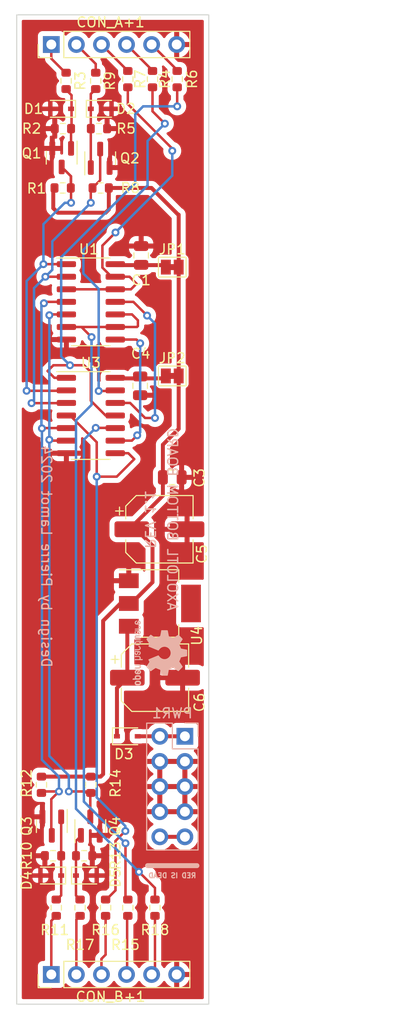
<source format=kicad_pcb>
(kicad_pcb (version 20221018) (generator pcbnew)
  (layers (0 "F.Cu" signal) (31 "B.Cu" signal) (34 "B.Paste" user) (35 "F.Paste" user) (36 "B.SilkS" user "B.Silkscreen") (37 "F.SilkS" user "F.Silkscreen") (38 "B.Mask" user) (39 "F.Mask" user) (44 "Edge.Cuts" user))
  (net 0 "")
  (net 1 "Net-(D1-Pad1)")
  (net 2 "GND")
  (net 3 "Net-(D2-Pad1)")
  (net 4 "Net-(D3-Pad2)")
  (net 5 "Net-(D4-Pad1)")
  (net 6 "+5V")
  (net 7 "Net-(D5-Pad1)")
  (net 8 "Net-(R1-Pad2)")
  (net 9 "Net-(R15-Pad1)")
  (net 10 "Net-(R6-Pad1)")
  (net 11 "Net-(R16-Pad1)")
  (net 12 "Net-(R7-Pad1)")
  (net 13 "Net-(R18-Pad1)")
  (net 14 "Net-(U1-Pad8)")
  (net 15 "Net-(U1-Pad11)")
  (net 16 "+12V")
  (net 17 "A1_BOTTOM")
  (net 18 "A2_BOTTOM")
  (net 19 "AA_BOTTOM")
  (net 20 "AX_BOTTOM")
  (net 21 "AO_BOTTOM")
  (net 22 "B1_BOTTOM")
  (net 23 "B2_BOTTOM")
  (net 24 "BA_BOTTOM")
  (net 25 "BX_BOTTOM")
  (net 26 "BO_BOTTOM")
  (net 27 "-12V")
  (net 28 "Net-(C1-Pad1)")
  (net 29 "Net-(C4-Pad1)")
  (net 30 "Net-(R8-Pad2)")
  (net 31 "Net-(R12-Pad2)")
  (net 32 "Net-(R14-Pad2)")
  (net 33 "Net-(R4-Pad1)")
  (footprint "Capacitor_SMD:CP_Elec_6.3x5.4" (layer "F.Cu") (at 174 107)
    (fp_text reference "C6" (at 4.5 2.5 90) (layer "F.SilkS"))
    (fp_text value "22u")
    (pad "1" smd roundrect (at -2.8 0) (size 3.5 1.6) (layers "F.Cu" "F.Paste" "F.Mask") (roundrect_rratio 0.15625) (net 16 "+12V"))
    (pad "2" smd roundrect (at 2.8 0) (size 3.5 1.6) (layers "F.Cu" "F.Paste" "F.Mask") (roundrect_rratio 0.15625) (net 2 "GND"))
  )
  (footprint "Resistor_SMD:R_0603_1608Metric" (layer "F.Cu") (at 168 46.675 -90)
    (fp_text reference "R9" (at 0 -1.43 90) (layer "F.SilkS"))
    (fp_text value "100K")
    (pad "1" smd roundrect (at -0.825 0 270) (size 0.8 0.95) (layers "F.Cu" "F.Paste" "F.Mask") (net 18 "A2_BOTTOM"))
    (pad "2" smd roundrect (at 0.825 0 270) (size 0.8 0.95) (layers "F.Cu" "F.Paste" "F.Mask") (net 3 "Net-(D2-Pad1)"))
  )
  (footprint "Capacitor_SMD:CP_Elec_6.3x5.4" (layer "F.Cu") (at 174.45 92)
    (fp_text reference "C5" (at 4.3 2.5 90) (layer "F.SilkS"))
    (fp_text value "22u")
    (pad "1" smd roundrect (at -2.8 0) (size 3.5 1.6) (layers "F.Cu" "F.Paste" "F.Mask") (roundrect_rratio 0.15625) (net 6 "+5V"))
    (pad "2" smd roundrect (at 2.8 0) (size 3.5 1.6) (layers "F.Cu" "F.Paste" "F.Mask") (roundrect_rratio 0.15625) (net 2 "GND"))
  )
  (footprint "Package_SO:SOIC-14_3.9x8.7mm_P1.27mm" (layer "F.Cu") (at 167.5 80.5)
    (fp_text reference "U3" (at 0 -5.32) (layer "F.SilkS"))
    (fp_text value "74HC02")
    (pad "1" smd roundrect (at -2.475 -3.81) (size 1.95 0.6) (layers "F.Cu" "F.Paste" "F.Mask") (net 10 "Net-(R6-Pad1)"))
    (pad "2" smd roundrect (at -2.475 -2.54) (size 1.95 0.6) (layers "F.Cu" "F.Paste" "F.Mask") (net 8 "Net-(R1-Pad2)"))
    (pad "3" smd roundrect (at -2.475 -1.27) (size 1.95 0.6) (layers "F.Cu" "F.Paste" "F.Mask") (net 30 "Net-(R8-Pad2)"))
    (pad "4" smd roundrect (at -2.475 0) (size 1.95 0.6) (layers "F.Cu" "F.Paste" "F.Mask") (net 11 "Net-(R16-Pad1)"))
    (pad "5" smd roundrect (at -2.475 1.27) (size 1.95 0.6) (layers "F.Cu" "F.Paste" "F.Mask") (net 31 "Net-(R12-Pad2)"))
    (pad "6" smd roundrect (at -2.475 2.54) (size 1.95 0.6) (layers "F.Cu" "F.Paste" "F.Mask") (net 32 "Net-(R14-Pad2)"))
    (pad "7" smd roundrect (at -2.475 3.81) (size 1.95 0.6) (layers "F.Cu" "F.Paste" "F.Mask") (net 2 "GND"))
    (pad "8" smd roundrect (at 2.475 3.81) (size 1.95 0.6) (layers "F.Cu" "F.Paste" "F.Mask") (net 11 "Net-(R16-Pad1)"))
    (pad "9" smd roundrect (at 2.475 2.54) (size 1.95 0.6) (layers "F.Cu" "F.Paste" "F.Mask") (net 14 "Net-(U1-Pad8)"))
    (pad "10" smd roundrect (at 2.475 1.27) (size 1.95 0.6) (layers "F.Cu" "F.Paste" "F.Mask") (net 9 "Net-(R15-Pad1)"))
    (pad "11" smd roundrect (at 2.475 0) (size 1.95 0.6) (layers "F.Cu" "F.Paste" "F.Mask") (net 10 "Net-(R6-Pad1)"))
    (pad "12" smd roundrect (at 2.475 -1.27) (size 1.95 0.6) (layers "F.Cu" "F.Paste" "F.Mask") (net 15 "Net-(U1-Pad11)"))
    (pad "13" smd roundrect (at 2.475 -2.54) (size 1.95 0.6) (layers "F.Cu" "F.Paste" "F.Mask") (net 33 "Net-(R4-Pad1)"))
    (pad "14" smd roundrect (at 2.475 -3.81) (size 1.95 0.6) (layers "F.Cu" "F.Paste" "F.Mask") (net 29 "Net-(C4-Pad1)"))
  )
  (footprint "Capacitor_SMD:C_0805_2012Metric" (layer "F.Cu") (at 172.5 77.5 -90)
    (fp_text reference "C4" (at -3.251654 -0.05 180) (layer "F.SilkS"))
    (fp_text value "100nF")
    (pad "1" smd roundrect (at -0.95 0 270) (size 1 1.45) (layers "F.Cu" "F.Paste" "F.Mask") (net 29 "Net-(C4-Pad1)"))
    (pad "2" smd roundrect (at 0.95 0 270) (size 1 1.45) (layers "F.Cu" "F.Paste" "F.Mask") (net 2 "GND"))
  )
  (footprint "Connector_PinHeader_2.54mm:PinHeader_1x06_P2.54mm_Vertical" (layer "F.Cu") (at 163.5 137 90)
    (fp_text reference "CON_B+1" (at -2.25 6 180) (layer "F.SilkS"))
    (fp_text value "Conn_01x06_Male")
    (pad "1" thru_hole rect (at 0 0 90) (size 1.7 1.7) (drill 1) (layers "*.Cu" "*.Mask") (net 22 "B1_BOTTOM"))
    (pad "2" thru_hole oval (at 0 2.54 90) (size 1.7 1.7) (drill 1) (layers "*.Cu" "*.Mask") (net 23 "B2_BOTTOM"))
    (pad "3" thru_hole oval (at 0 5.08 90) (size 1.7 1.7) (drill 1) (layers "*.Cu" "*.Mask") (net 24 "BA_BOTTOM"))
    (pad "4" thru_hole oval (at 0 7.62 90) (size 1.7 1.7) (drill 1) (layers "*.Cu" "*.Mask") (net 25 "BX_BOTTOM"))
    (pad "5" thru_hole oval (at 0 10.16 90) (size 1.7 1.7) (drill 1) (layers "*.Cu" "*.Mask") (net 26 "BO_BOTTOM"))
    (pad "6" thru_hole oval (at 0 12.7 90) (size 1.7 1.7) (drill 1) (layers "*.Cu" "*.Mask") (net 2 "GND"))
  )
  (footprint "Package_TO_SOT_SMD:SOT-23" (layer "F.Cu") (at 167.45 122 90)
    (fp_text reference "Q4" (at 0 2.5 90) (layer "F.SilkS"))
    (fp_text value "MMBT3904")
    (pad "1" smd roundrect (at -0.9375 -0.95 90) (size 1.475 0.6) (layers "F.Cu" "F.Paste" "F.Mask") (net 7 "Net-(D5-Pad1)"))
    (pad "2" smd roundrect (at -0.9375 0.95 90) (size 1.475 0.6) (layers "F.Cu" "F.Paste" "F.Mask") (net 2 "GND"))
    (pad "3" smd roundrect (at 0.9375 0 90) (size 1.475 0.6) (layers "F.Cu" "F.Paste" "F.Mask") (net 32 "Net-(R14-Pad2)"))
  )
  (footprint "Diode_SMD:D_SOD-323" (layer "F.Cu") (at 164.45 49.5 180)
    (fp_text reference "D1" (at 2.75 0 180) (layer "F.SilkS"))
    (fp_text value "1N4148")
    (pad "1" smd rect (at -1.05 0 180) (size 0.6 0.45) (layers "F.Cu" "F.Paste" "F.Mask") (net 1 "Net-(D1-Pad1)"))
    (pad "2" smd rect (at 1.05 0 180) (size 0.6 0.45) (layers "F.Cu" "F.Paste" "F.Mask") (net 2 "GND"))
  )
  (footprint "Resistor_SMD:R_0603_1608Metric" (layer "F.Cu") (at 171.25 130.25 -90)
    (fp_text reference "R15" (at 3.75 0.25 -180) (layer "F.SilkS"))
    (fp_text value "100K")
    (pad "1" smd roundrect (at -0.825 0 270) (size 0.8 0.95) (layers "F.Cu" "F.Paste" "F.Mask") (net 9 "Net-(R15-Pad1)"))
    (pad "2" smd roundrect (at 0.825 0 270) (size 0.8 0.95) (layers "F.Cu" "F.Paste" "F.Mask") (net 25 "BX_BOTTOM"))
  )
  (footprint "Jumper:SolderJumper-2_P1.3mm_Bridged_Pad1.0x1.5mm" (layer "F.Cu") (at 175.75 65.5)
    (fp_text reference "JP1" (at 0 -1.8) (layer "F.SilkS"))
    (fp_text value "SolderJumper_2_Bridged")
    (fp_poly (pts (xy -0.25 -0.3) (xy 0.25 -0.3) (xy 0.25 0.3) (xy -0.25 0.3)) (fill solid) (layer "F.Cu"))
    (pad "1" smd rect (at -0.65 0) (size 1 1.5) (layers "F.Cu" "F.Mask") (net 28 "Net-(C1-Pad1)"))
    (pad "2" smd rect (at 0.65 0) (size 1 1.5) (layers "F.Cu" "F.Mask") (net 6 "+5V"))
  )
  (footprint "Diode_SMD:D_SOD-323" (layer "F.Cu") (at 168.55 49.5)
    (fp_text reference "D2" (at 2.5 0) (layer "F.SilkS"))
    (fp_text value "1N4148")
    (pad "1" smd rect (at -1.05 0) (size 0.6 0.45) (layers "F.Cu" "F.Paste" "F.Mask") (net 3 "Net-(D2-Pad1)"))
    (pad "2" smd rect (at 1.05 0) (size 0.6 0.45) (layers "F.Cu" "F.Paste" "F.Mask") (net 2 "GND"))
  )
  (footprint "Resistor_SMD:R_0603_1608Metric" (layer "F.Cu") (at 165 46.675 -90)
    (fp_text reference "R3" (at 0 -1.43 90) (layer "F.SilkS"))
    (fp_text value "100K")
    (pad "1" smd roundrect (at -0.825 0 270) (size 0.8 0.95) (layers "F.Cu" "F.Paste" "F.Mask") (net 17 "A1_BOTTOM"))
    (pad "2" smd roundrect (at 0.825 0 270) (size 0.8 0.95) (layers "F.Cu" "F.Paste" "F.Mask") (net 1 "Net-(D1-Pad1)"))
  )
  (footprint "Resistor_SMD:R_0603_1608Metric" (layer "F.Cu") (at 164.675 51.5 180)
    (fp_text reference "R2" (at 3.175 0) (layer "F.SilkS"))
    (fp_text value "100K")
    (pad "1" smd roundrect (at -0.825 0 180) (size 0.8 0.95) (layers "F.Cu" "F.Paste" "F.Mask") (net 1 "Net-(D1-Pad1)"))
    (pad "2" smd roundrect (at 0.825 0 180) (size 0.8 0.95) (layers "F.Cu" "F.Paste" "F.Mask") (net 2 "GND"))
  )
  (footprint "Resistor_SMD:R_0603_1608Metric" (layer "F.Cu") (at 174 130.25 -90)
    (fp_text reference "R18" (at 2.25 0 -180) (layer "F.SilkS"))
    (fp_text value "100K")
    (pad "1" smd roundrect (at -0.825 0 270) (size 0.8 0.95) (layers "F.Cu" "F.Paste" "F.Mask") (net 13 "Net-(R18-Pad1)"))
    (pad "2" smd roundrect (at 0.825 0 270) (size 0.8 0.95) (layers "F.Cu" "F.Paste" "F.Mask") (net 26 "BO_BOTTOM"))
  )
  (footprint "Jumper:SolderJumper-2_P1.3mm_Bridged_Pad1.0x1.5mm" (layer "F.Cu") (at 175.75 76.5)
    (fp_text reference "JP2" (at 0 -1.8) (layer "F.SilkS"))
    (fp_text value "SolderJumper_2_Bridged")
    (fp_poly (pts (xy -0.25 -0.3) (xy 0.25 -0.3) (xy 0.25 0.3) (xy -0.25 0.3)) (fill solid) (layer "F.Cu"))
    (pad "1" smd rect (at -0.65 0) (size 1 1.5) (layers "F.Cu" "F.Mask") (net 29 "Net-(C4-Pad1)"))
    (pad "2" smd rect (at 0.65 0) (size 1 1.5) (layers "F.Cu" "F.Mask") (net 6 "+5V"))
  )
  (footprint "Resistor_SMD:R_0603_1608Metric" (layer "F.Cu") (at 164.65 57.5)
    (fp_text reference "R1" (at -2.65 0.05) (layer "F.SilkS"))
    (fp_text value "10K")
    (pad "1" smd roundrect (at -0.825 0) (size 0.8 0.95) (layers "F.Cu" "F.Paste" "F.Mask") (net 6 "+5V"))
    (pad "2" smd roundrect (at 0.825 0) (size 0.8 0.95) (layers "F.Cu" "F.Paste" "F.Mask") (net 8 "Net-(R1-Pad2)"))
  )
  (footprint "Resistor_SMD:R_0603_1608Metric" (layer "F.Cu") (at 168.5 57.5 180)
    (fp_text reference "R8" (at -3 0) (layer "F.SilkS"))
    (fp_text value "10K")
    (pad "1" smd roundrect (at -0.825 0 180) (size 0.8 0.95) (layers "F.Cu" "F.Paste" "F.Mask") (net 6 "+5V"))
    (pad "2" smd roundrect (at 0.825 0 180) (size 0.8 0.95) (layers "F.Cu" "F.Paste" "F.Mask") (net 30 "Net-(R8-Pad2)"))
  )
  (footprint "Diode_SMD:D_SOD-323" (layer "F.Cu") (at 167.05 127)
    (fp_text reference "D5" (at 2.95 0.25 270) (layer "F.SilkS"))
    (fp_text value "1N4148")
    (pad "1" smd rect (at -1.05 0) (size 0.6 0.45) (layers "F.Cu" "F.Paste" "F.Mask") (net 7 "Net-(D5-Pad1)"))
    (pad "2" smd rect (at 1.05 0) (size 0.6 0.45) (layers "F.Cu" "F.Paste" "F.Mask") (net 2 "GND"))
  )
  (footprint "Diode_SMD:D_SOD-323" (layer "F.Cu") (at 163.45 127 180)
    (fp_text reference "D4" (at 2.45 -0.5 270) (layer "F.SilkS"))
    (fp_text value "1N4148")
    (pad "1" smd rect (at -1.05 0 180) (size 0.6 0.45) (layers "F.Cu" "F.Paste" "F.Mask") (net 5 "Net-(D4-Pad1)"))
    (pad "2" smd rect (at 1.05 0 180) (size 0.6 0.45) (layers "F.Cu" "F.Paste" "F.Mask") (net 2 "GND"))
  )
  (footprint "Resistor_SMD:R_0603_1608Metric" (layer "F.Cu") (at 171.25 46.5 90)
    (fp_text reference "R7" (at 0 1.25 90) (layer "F.SilkS"))
    (fp_text value "100K")
    (pad "1" smd roundrect (at -0.825 0 90) (size 0.8 0.95) (layers "F.Cu" "F.Paste" "F.Mask") (net 12 "Net-(R7-Pad1)"))
    (pad "2" smd roundrect (at 0.825 0 90) (size 0.8 0.95) (layers "F.Cu" "F.Paste" "F.Mask") (net 21 "AO_BOTTOM"))
  )
  (footprint "Resistor_SMD:R_0603_1608Metric" (layer "F.Cu") (at 166.825 125)
    (fp_text reference "R13" (at 3.175 0 270) (layer "F.SilkS"))
    (fp_text value "100K")
    (pad "1" smd roundrect (at -0.825 0) (size 0.8 0.95) (layers "F.Cu" "F.Paste" "F.Mask") (net 7 "Net-(D5-Pad1)"))
    (pad "2" smd roundrect (at 0.825 0) (size 0.8 0.95) (layers "F.Cu" "F.Paste" "F.Mask") (net 2 "GND"))
  )
  (footprint "Capacitor_SMD:C_0805_2012Metric" (layer "F.Cu") (at 172.6 64.32 90)
    (fp_text reference "C1" (at -2.5 0) (layer "F.SilkS"))
    (fp_text value "100nF")
    (pad "1" smd roundrect (at -0.95 0 90) (size 1 1.45) (layers "F.Cu" "F.Paste" "F.Mask") (net 28 "Net-(C1-Pad1)"))
    (pad "2" smd roundrect (at 0.95 0 90) (size 1 1.45) (layers "F.Cu" "F.Paste" "F.Mask") (net 2 "GND"))
  )
  (footprint "Resistor_SMD:R_0603_1608Metric" (layer "F.Cu") (at 169 130.25 -90)
    (fp_text reference "R16" (at 2.25 0 -180) (layer "F.SilkS"))
    (fp_text value "100K")
    (pad "1" smd roundrect (at -0.825 0 270) (size 0.8 0.95) (layers "F.Cu" "F.Paste" "F.Mask") (net 11 "Net-(R16-Pad1)"))
    (pad "2" smd roundrect (at 0.825 0 270) (size 0.8 0.95) (layers "F.Cu" "F.Paste" "F.Mask") (net 24 "BA_BOTTOM"))
  )
  (footprint "Package_TO_SOT_SMD:SOT-23" (layer "F.Cu") (at 164.55 54.4375 -90)
    (fp_text reference "Q1" (at -0.4375 3.05 180) (layer "F.SilkS"))
    (fp_text value "MMBT3904")
    (pad "1" smd roundrect (at -0.9375 -0.95 270) (size 1.475 0.6) (layers "F.Cu" "F.Paste" "F.Mask") (net 1 "Net-(D1-Pad1)"))
    (pad "2" smd roundrect (at -0.9375 0.95 270) (size 1.475 0.6) (layers "F.Cu" "F.Paste" "F.Mask") (net 2 "GND"))
    (pad "3" smd roundrect (at 0.9375 0 270) (size 1.475 0.6) (layers "F.Cu" "F.Paste" "F.Mask") (net 8 "Net-(R1-Pad2)"))
  )
  (footprint "Resistor_SMD:R_0603_1608Metric" (layer "F.Cu") (at 162.5 117.825 -90)
    (fp_text reference "R12" (at -0.15 1.5 -270) (layer "F.SilkS"))
    (fp_text value "10K")
    (pad "1" smd roundrect (at -0.825 0 270) (size 0.8 0.95) (layers "F.Cu" "F.Paste" "F.Mask") (net 6 "+5V"))
    (pad "2" smd roundrect (at 0.825 0 270) (size 0.8 0.95) (layers "F.Cu" "F.Paste" "F.Mask") (net 31 "Net-(R12-Pad2)"))
  )
  (footprint "Resistor_SMD:R_0603_1608Metric" (layer "F.Cu") (at 176.25 46.5 90)
    (fp_text reference "R6" (at 0 1.5 90) (layer "F.SilkS"))
    (fp_text value "100K")
    (pad "1" smd roundrect (at -0.825 0 90) (size 0.8 0.95) (layers "F.Cu" "F.Paste" "F.Mask") (net 10 "Net-(R6-Pad1)"))
    (pad "2" smd roundrect (at 0.825 0 90) (size 0.8 0.95) (layers "F.Cu" "F.Paste" "F.Mask") (net 19 "AA_BOTTOM"))
  )
  (footprint "Capacitor_SMD:C_0805_2012Metric" (layer "F.Cu") (at 175.75 86.75)
    (fp_text reference "C3" (at 2.75 0.05 90) (layer "F.SilkS"))
    (fp_text value "100nF")
    (pad "1" smd roundrect (at -0.95 0) (size 1 1.45) (layers "F.Cu" "F.Paste" "F.Mask") (net 6 "+5V"))
    (pad "2" smd roundrect (at 0.95 0) (size 1 1.45) (layers "F.Cu" "F.Paste" "F.Mask") (net 2 "GND"))
  )
  (footprint "Connector_PinHeader_2.54mm:PinHeader_1x06_P2.54mm_Vertical" (layer "F.Cu") (at 163.5 43 90)
    (fp_text reference "CON_A+1" (at 2.25 6) (layer "F.SilkS"))
    (fp_text value "Conn_01x06_Male")
    (pad "1" thru_hole rect (at 0 0 90) (size 1.7 1.7) (drill 1) (layers "*.Cu" "*.Mask") (net 17 "A1_BOTTOM"))
    (pad "2" thru_hole oval (at 0 2.54 90) (size 1.7 1.7) (drill 1) (layers "*.Cu" "*.Mask") (net 18 "A2_BOTTOM"))
    (pad "3" thru_hole oval (at 0 5.08 90) (size 1.7 1.7) (drill 1) (layers "*.Cu" "*.Mask") (net 21 "AO_BOTTOM"))
    (pad "4" thru_hole oval (at 0 7.62 90) (size 1.7 1.7) (drill 1) (layers "*.Cu" "*.Mask") (net 20 "AX_BOTTOM"))
    (pad "5" thru_hole oval (at 0 10.16 90) (size 1.7 1.7) (drill 1) (layers "*.Cu" "*.Mask") (net 19 "AA_BOTTOM"))
    (pad "6" thru_hole oval (at 0 12.7 90) (size 1.7 1.7) (drill 1) (layers "*.Cu" "*.Mask") (net 2 "GND"))
  )
  (footprint "Resistor_SMD:R_0603_1608Metric" (layer "F.Cu") (at 168.325 51.5)
    (fp_text reference "R5" (at 2.75 0) (layer "F.SilkS"))
    (fp_text value "100K")
    (pad "1" smd roundrect (at -0.825 0) (size 0.8 0.95) (layers "F.Cu" "F.Paste" "F.Mask") (net 3 "Net-(D2-Pad1)"))
    (pad "2" smd roundrect (at 0.825 0) (size 0.8 0.95) (layers "F.Cu" "F.Paste" "F.Mask") (net 2 "GND"))
  )
  (footprint "Package_TO_SOT_SMD:SOT-23" (layer "F.Cu") (at 163.55 122 -90)
    (fp_text reference "Q3" (at 0 2.55 90) (layer "F.SilkS"))
    (fp_text value "MMBT3904")
    (pad "1" smd roundrect (at -0.9375 -0.95 270) (size 1.475 0.6) (layers "F.Cu" "F.Paste" "F.Mask") (net 5 "Net-(D4-Pad1)"))
    (pad "2" smd roundrect (at -0.9375 0.95 270) (size 1.475 0.6) (layers "F.Cu" "F.Paste" "F.Mask") (net 2 "GND"))
    (pad "3" smd roundrect (at 0.9375 0 270) (size 1.475 0.6) (layers "F.Cu" "F.Paste" "F.Mask") (net 31 "Net-(R12-Pad2)"))
  )
  (footprint "Resistor_SMD:R_0603_1608Metric" (layer "F.Cu") (at 167.5 117.825 -90)
    (fp_text reference "R14" (at -0.15 -2.5 -270) (layer "F.SilkS"))
    (fp_text value "10K")
    (pad "1" smd roundrect (at -0.825 0 270) (size 0.8 0.95) (layers "F.Cu" "F.Paste" "F.Mask") (net 6 "+5V"))
    (pad "2" smd roundrect (at 0.825 0 270) (size 0.8 0.95) (layers "F.Cu" "F.Paste" "F.Mask") (net 32 "Net-(R14-Pad2)"))
  )
  (footprint "Resistor_SMD:R_0603_1608Metric" (layer "F.Cu") (at 173.75 46.5 90)
    (fp_text reference "R4" (at 0 1.25 90) (layer "F.SilkS"))
    (fp_text value "100K")
    (pad "1" smd roundrect (at -0.825 0 90) (size 0.8 0.95) (layers "F.Cu" "F.Paste" "F.Mask") (net 33 "Net-(R4-Pad1)"))
    (pad "2" smd roundrect (at 0.825 0 90) (size 0.8 0.95) (layers "F.Cu" "F.Paste" "F.Mask") (net 20 "AX_BOTTOM"))
  )
  (footprint "Package_TO_SOT_SMD:SOT-23" (layer "F.Cu") (at 168.45 54.5 90)
    (fp_text reference "Q2" (at 0 3) (layer "F.SilkS"))
    (fp_text value "MMBT3904")
    (pad "1" smd roundrect (at -0.9375 -0.95 90) (size 1.475 0.6) (layers "F.Cu" "F.Paste" "F.Mask") (net 3 "Net-(D2-Pad1)"))
    (pad "2" smd roundrect (at -0.9375 0.95 90) (size 1.475 0.6) (layers "F.Cu" "F.Paste" "F.Mask") (net 2 "GND"))
    (pad "3" smd roundrect (at 0.9375 0 90) (size 1.475 0.6) (layers "F.Cu" "F.Paste" "F.Mask") (net 30 "Net-(R8-Pad2)"))
  )
  (footprint "Resistor_SMD:R_0603_1608Metric" (layer "F.Cu") (at 164 130.25 90)
    (fp_text reference "R11" (at -2.25 -0.1625) (layer "F.SilkS"))
    (fp_text value "100K")
    (pad "1" smd roundrect (at -0.825 0 90) (size 0.8 0.95) (layers "F.Cu" "F.Paste" "F.Mask") (net 22 "B1_BOTTOM"))
    (pad "2" smd roundrect (at 0.825 0 90) (size 0.8 0.95) (layers "F.Cu" "F.Paste" "F.Mask") (net 5 "Net-(D4-Pad1)"))
  )
  (footprint "Resistor_SMD:R_0603_1608Metric" (layer "F.Cu") (at 166.4125 130.25 90)
    (fp_text reference "R17" (at -3.75 0 180) (layer "F.SilkS"))
    (fp_text value "100K")
    (pad "1" smd roundrect (at -0.825 0 90) (size 0.8 0.95) (layers "F.Cu" "F.Paste" "F.Mask") (net 23 "B2_BOTTOM"))
    (pad "2" smd roundrect (at 0.825 0 90) (size 0.8 0.95) (layers "F.Cu" "F.Paste" "F.Mask") (net 7 "Net-(D5-Pad1)"))
  )
  (footprint "Package_TO_SOT_SMD:SOT-223" (layer "F.Cu") (at 174.5 99.5)
    (fp_text reference "U4" (at 3.75 3.25 90) (layer "F.SilkS"))
    (fp_text value "LM1117-5.0")
    (pad "1" smd rect (at -3.15 -2.3) (size 2 1.5) (layers "F.Cu" "F.Paste" "F.Mask") (net 2 "GND"))
    (pad "2" smd rect (at -3.15 0) (size 2 1.5) (layers "F.Cu" "F.Paste" "F.Mask") (net 6 "+5V"))
    (pad "3" smd rect (at -3.15 2.3) (size 2 1.5) (layers "F.Cu" "F.Paste" "F.Mask") (net 16 "+12V"))
    (pad "4" smd rect (at 3.15 0) (size 2 3.8) (layers "F.Cu" "F.Paste" "F.Mask"))
  )
  (footprint "Package_SO:SOIC-14_3.9x8.7mm_P1.27mm" (layer "F.Cu") (at 167.5 69.0125)
    (fp_text reference "U1" (at -0.2 -5.3125) (layer "F.SilkS"))
    (fp_text value "74HC00")
    (pad "1" smd roundrect (at -2.475 -3.81) (size 1.95 0.6) (layers "F.Cu" "F.Paste" "F.Mask") (net 8 "Net-(R1-Pad2)"))
    (pad "2" smd roundrect (at -2.475 -2.54) (size 1.95 0.6) (layers "F.Cu" "F.Paste" "F.Mask") (net 30 "Net-(R8-Pad2)"))
    (pad "3" smd roundrect (at -2.475 -1.27) (size 1.95 0.6) (layers "F.Cu" "F.Paste" "F.Mask") (net 12 "Net-(R7-Pad1)"))
    (pad "4" smd roundrect (at -2.475 0) (size 1.95 0.6) (layers "F.Cu" "F.Paste" "F.Mask") (net 31 "Net-(R12-Pad2)"))
    (pad "5" smd roundrect (at -2.475 1.27) (size 1.95 0.6) (layers "F.Cu" "F.Paste" "F.Mask") (net 32 "Net-(R14-Pad2)"))
    (pad "6" smd roundrect (at -2.475 2.54) (size 1.95 0.6) (layers "F.Cu" "F.Paste" "F.Mask") (net 13 "Net-(R18-Pad1)"))
    (pad "7" smd roundrect (at -2.475 3.81) (size 1.95 0.6) (layers "F.Cu" "F.Paste" "F.Mask") (net 2 "GND"))
    (pad "8" smd roundrect (at 2.475 3.81) (size 1.95 0.6) (layers "F.Cu" "F.Paste" "F.Mask") (net 14 "Net-(U1-Pad8)"))
    (pad "9" smd roundrect (at 2.475 2.54) (size 1.95 0.6) (layers "F.Cu" "F.Paste" "F.Mask") (net 13 "Net-(R18-Pad1)"))
    (pad "10" smd roundrect (at 2.475 1.27) (size 1.95 0.6) (layers "F.Cu" "F.Paste" "F.Mask") (net 13 "Net-(R18-Pad1)"))
    (pad "11" smd roundrect (at 2.475 0) (size 1.95 0.6) (layers "F.Cu" "F.Paste" "F.Mask") (net 15 "Net-(U1-Pad11)"))
    (pad "12" smd roundrect (at 2.475 -1.27) (size 1.95 0.6) (layers "F.Cu" "F.Paste" "F.Mask") (net 12 "Net-(R7-Pad1)"))
    (pad "13" smd roundrect (at 2.475 -2.54) (size 1.95 0.6) (layers "F.Cu" "F.Paste" "F.Mask") (net 12 "Net-(R7-Pad1)"))
    (pad "14" smd roundrect (at 2.475 -3.81) (size 1.95 0.6) (layers "F.Cu" "F.Paste" "F.Mask") (net 28 "Net-(C1-Pad1)"))
  )
  (footprint "Diode_SMD:D_SOD-323" (layer "F.Cu") (at 171.2 112.925)
    (fp_text reference "D3" (at -0.35 1.8) (layer "F.SilkS"))
    (fp_text value "1N4148")
    (pad "1" smd rect (at -1.05 0) (size 0.6 0.45) (layers "F.Cu" "F.Paste" "F.Mask") (net 16 "+12V"))
    (pad "2" smd rect (at 1.05 0) (size 0.6 0.45) (layers "F.Cu" "F.Paste" "F.Mask") (net 4 "Net-(D3-Pad2)"))
  )
  (footprint "Resistor_SMD:R_0603_1608Metric" (layer "F.Cu") (at 163.675 125 180)
    (fp_text reference "R10" (at 2.675 0 90) (layer "F.SilkS"))
    (fp_text value "100K")
    (pad "1" smd roundrect (at -0.825 0 180) (size 0.8 0.95) (layers "F.Cu" "F.Paste" "F.Mask") (net 5 "Net-(D4-Pad1)"))
    (pad "2" smd roundrect (at 0.825 0 180) (size 0.8 0.95) (layers "F.Cu" "F.Paste" "F.Mask") (net 2 "GND"))
  )
  (footprint "Connector_PinHeader_2.54mm:PinHeader_2x05_P2.54mm_Vertical" (layer "B.Cu") (at 177.03 112.925 180)
    (fp_text reference "PWR1" (at 1.27 2.33) (layer "B.SilkS") (effects (justify mirror)))
    (fp_text value "Conn_02x05_Odd_Even")
    (pad "1" thru_hole rect (at 0 0 180) (size 1.7 1.7) (drill 1) (layers "*.Cu" "*.Mask") (net 4 "Net-(D3-Pad2)"))
    (pad "2" thru_hole oval (at 2.54 0 180) (size 1.7 1.7) (drill 1) (layers "*.Cu" "*.Mask") (net 4 "Net-(D3-Pad2)"))
    (pad "3" thru_hole oval (at 0 -2.54 180) (size 1.7 1.7) (drill 1) (layers "*.Cu" "*.Mask") (net 2 "GND"))
    (pad "4" thru_hole oval (at 2.54 -2.54 180) (size 1.7 1.7) (drill 1) (layers "*.Cu" "*.Mask") (net 2 "GND"))
    (pad "5" thru_hole oval (at 0 -5.08 180) (size 1.7 1.7) (drill 1) (layers "*.Cu" "*.Mask") (net 2 "GND"))
    (pad "6" thru_hole oval (at 2.54 -5.08 180) (size 1.7 1.7) (drill 1) (layers "*.Cu" "*.Mask") (net 2 "GND"))
    (pad "7" thru_hole oval (at 0 -7.62 180) (size 1.7 1.7) (drill 1) (layers "*.Cu" "*.Mask") (net 2 "GND"))
    (pad "8" thru_hole oval (at 2.54 -7.62 180) (size 1.7 1.7) (drill 1) (layers "*.Cu" "*.Mask") (net 2 "GND"))
    (pad "9" thru_hole oval (at 0 -10.16 180) (size 1.7 1.7) (drill 1) (layers "*.Cu" "*.Mask") (net 27 "-12V"))
    (pad "10" thru_hole oval (at 2.54 -10.16 180) (size 1.7 1.7) (drill 1) (layers "*.Cu" "*.Mask") (net 27 "-12V"))
  )
  (footprint "Symbol:OSHW-Logo2_7.3x6mm_SilkScreen" (layer "B.Cu") (at 174.5 104.5 90)
    (fp_text reference "REF**" hide)
    (fp_text value "OSHW-Logo2_7.3x6mm_SilkScreen" hide)
  )
  (gr_line (start 173.25 126) (end 178.25 126) (stroke (width 0.5)) (layer "B.SilkS"))
  (gr_rect (start 160 40) (end 179.45 140) (stroke (width 0.1)) (fill none) (layer "Edge.Cuts"))
  (gr_text "RED IS DEAD" (at 175.75 127) (layer "B.SilkS") (effects (font (size 0.5 0.5) (thickness 0.125)) (justify mirror)))
  (gr_text "AXOLOTL BOTTOM BOARD" (at 175.75 91 -90) (layer "B.SilkS") (effects (font (size 1 1)) (justify mirror)))
  (gr_text "REV 1.1" (at 173.5 91 -90) (layer "B.SilkS") (effects (font (size 1 1)) (justify mirror)))
  (gr_text "Design by Pierre Lamot 2024" (at 163 94.75 270) (layer "B.SilkS") (effects (font (size 1 1)) (justify mirror)))
  (segment (start 165.5 53.5) (end 165.5 51.5) (width 0.25) (layer "F.Cu") (net 1))
  (segment (start 165.55 49.5) (end 165.55 51.3875) (width 0.25) (layer "F.Cu") (net 1))
  (segment (start 164.75 47.325) (end 165.55 48.125) (width 0.25) (layer "F.Cu") (net 1))
  (segment (start 165.55 48.125) (end 165.55 49.5) (width 0.25) (layer "F.Cu") (net 1))
  (segment (start 167.5 51.5) (end 167.5 55.4375) (width 0.25) (layer "F.Cu") (net 3))
  (segment (start 168 47.5) (end 167.5 48) (width 0.25) (layer "F.Cu") (net 3))
  (segment (start 167.5 49.5) (end 167.5 51.5) (width 0.25) (layer "F.Cu") (net 3))
  (segment (start 167.5 48) (end 167.5 49.5) (width 0.25) (layer "F.Cu") (net 3))
  (segment (start 174.49 112.925) (end 177.03 112.925) (width 0.4) (layer "F.Cu") (net 4))
  (segment (start 172.25 112.925) (end 174.49 112.925) (width 0.4) (layer "F.Cu") (net 4))
  (segment (start 164.5 125) (end 164.5 127) (width 0.25) (layer "F.Cu") (net 5))
  (segment (start 164 129.425) (end 164.075 129.425) (width 0.25) (layer "F.Cu") (net 5))
  (segment (start 164.5 129) (end 164.5 127) (width 0.25) (layer "F.Cu") (net 5))
  (segment (start 164.5 121.0625) (end 164.5 125) (width 0.25) (layer "F.Cu") (net 5))
  (segment (start 164.075 129.425) (end 164.5 129) (width 0.25) (layer "F.Cu") (net 5))
  (segment (start 163.7 59.545) (end 164.155 60) (width 0.4) (layer "F.Cu") (net 6))
  (segment (start 171.75 91.65) (end 174.8 88.6) (width 0.4) (layer "F.Cu") (net 6))
  (segment (start 171 99) (end 168.75 101.25) (width 0.4) (layer "F.Cu") (net 6))
  (segment (start 171.6 99.5) (end 173.75 97.35) (width 0.4) (layer "F.Cu") (net 6))
  (segment (start 169 60) (end 169.325 59.675) (width 0.4) (layer "F.Cu") (net 6))
  (segment (start 163.7 57.5375) (end 163.7 59.545) (width 0.4) (layer "F.Cu") (net 6))
  (segment (start 168.5 117) (end 167.5 117) (width 0.4) (layer "F.Cu") (net 6))
  (segment (start 168.75 116.75) (end 168.5 117) (width 0.4) (layer "F.Cu") (net 6))
  (segment (start 168.75 101.25) (end 168.75 116.75) (width 0.4) (layer "F.Cu") (net 6))
  (segment (start 163.825 57.4125) (end 163.7 57.5375) (width 0.4) (layer "F.Cu") (net 6))
  (segment (start 164.155 60) (end 169 60) (width 0.4) (layer "F.Cu") (net 6))
  (segment (start 169.325 59.675) (end 169.325 57.5) (width 0.4) (layer "F.Cu") (net 6))
  (segment (start 162.5 117) (end 167.5 117) (width 0.4) (layer "F.Cu") (net 6))
  (segment (start 173.65 57.5) (end 176.4 60.25) (width 0.4) (layer "F.Cu") (net 6))
  (segment (start 174.8 88.6) (end 174.8 83.45) (width 0.4) (layer "F.Cu") (net 6))
  (segment (start 176.4 81.85) (end 176.4 60.2) (width 0.4) (layer "F.Cu") (net 6))
  (segment (start 169.325 57.5) (end 173.65 57.5) (width 0.4) (layer "F.Cu") (net 6))
  (segment (start 173.75 97.35) (end 173.75 93.65) (width 0.4) (layer "F.Cu") (net 6))
  (segment (start 173.75 93.65) (end 171.75 91.65) (width 0.4) (layer "F.Cu") (net 6))
  (segment (start 174.8 83.45) (end 176.4 81.85) (width 0.4) (layer "F.Cu") (net 6))
  (segment (start 166 125) (end 166 123.5) (width 0.25) (layer "F.Cu") (net 7))
  (segment (start 166 127) (end 166 125) (width 0.25) (layer "F.Cu") (net 7))
  (segment (start 166 129.0125) (end 166 127) (width 0.25) (layer "F.Cu") (net 7))
  (segment (start 166 123.5) (end 166.5 123) (width 0.25) (layer "F.Cu") (net 7))
  (segment (start 166.4125 129.425) (end 166 129.0125) (width 0.25) (layer "F.Cu") (net 7))
  (segment (start 165.5 56.325) (end 164.55 55.375) (width 0.25) (layer "F.Cu") (net 8))
  (segment (start 165.475 56.3) (end 164.55 55.375) (width 0.25) (layer "F.Cu") (net 8))
  (segment (start 161 78) (end 164.985 78) (width 0.25) (layer "F.Cu") (net 8))
  (segment (start 165.5 59) (end 165.5 56.325) (width 0.25) (layer "F.Cu") (net 8))
  (segment (start 162.7025 65.2025) (end 165.025 65.2025) (width 0.25) (layer "F.Cu") (net 8))
  (segment (start 165.475 57.4125) (end 165.475 56.3) (width 0.25) (layer "F.Cu") (net 8))
  (segment (start 164.985 78) (end 165.025 77.96) (width 0.25) (layer "F.Cu") (net 8))
  (via (at 162.7025 65.2025) (size 0.8) (drill 0.4) (layers "F.Cu" "B.Cu") (net 8))
  (via (at 161 78) (size 0.8) (drill 0.4) (layers "F.Cu" "B.Cu") (net 8))
  (via (at 165.5 59) (size 0.8) (drill 0.4) (layers "F.Cu" "B.Cu") (net 8))
  (segment (start 162.7025 65.2025) (end 162.7025 61.161104) (width 0.25) (layer "B.Cu") (net 8))
  (segment (start 162.7025 65.2025) (end 161 66.905) (width 0.25) (layer "B.Cu") (net 8))
  (segment (start 162.7025 61.161104) (end 164.863604 59) (width 0.25) (layer "B.Cu") (net 8))
  (segment (start 161 66.905) (end 161 78) (width 0.25) (layer "B.Cu") (net 8))
  (segment (start 164.863604 59) (end 165.5 59) (width 0.25) (layer "B.Cu") (net 8))
  (segment (start 168 81.75) (end 169.48635 81.75) (width 0.25) (layer "F.Cu") (net 9))
  (segment (start 169.48635 81.75) (end 169.50635 81.77) (width 0.25) (layer "F.Cu") (net 9))
  (segment (start 169.50635 81.77) (end 169.975 81.77) (width 0.25) (layer "F.Cu") (net 9))
  (segment (start 171.012299 123.737701) (end 171.012299 129.412701) (width 0.25) (layer "F.Cu") (net 9))
  (via (at 171.012299 123.737701) (size 0.8) (drill 0.4) (layers "F.Cu" "B.Cu") (net 9))
  (via (at 168 81.75) (size 0.8) (drill 0.4) (layers "F.Cu" "B.Cu") (net 9))
  (segment (start 166.8 119.525402) (end 166.8 82.95) (width 0.25) (layer "B.Cu") (net 9))
  (segment (start 171.012299 123.737701) (end 166.8 119.525402) (width 0.25) (layer "B.Cu") (net 9))
  (segment (start 166.8 82.95) (end 168 81.75) (width 0.25) (layer "B.Cu") (net 9))
  (segment (start 163.81 76.69) (end 165.025 76.69) (width 0.25) (layer "F.Cu") (net 10))
  (segment (start 167.5 79) (end 169 80.5) (width 0.25) (layer "F.Cu") (net 10))
  (segment (start 176.25 47.575) (end 176.25 49.25) (width 0.25) (layer "F.Cu") (net 10))
  (segment (start 163.125 76.005) (end 163.81 76.69) (width 0.25) (layer "F.Cu") (net 10))
  (segment (start 167.5 76.1) (end 167.5 79) (width 0.25) (layer "F.Cu") (net 10))
  (segment (start 169 80.5) (end 169.975 80.5) (width 0.25) (layer "F.Cu") (net 10))
  (segment (start 163.71 75.42) (end 163.125 76.005) (width 0.25) (layer "F.Cu") (net 10))
  (segment (start 166.82 75.42) (end 167.5 76.1) (width 0.25) (layer "F.Cu") (net 10))
  (segment (start 165.39 75.42) (end 166.82 75.42) (width 0.25) (layer "F.Cu") (net 10))
  (segment (start 165.39 75.42) (end 163.71 75.42) (width 0.25) (layer "F.Cu") (net 10))
  (via (at 176.25 49.25) (size 0.8) (drill 0.4) (layers "F.Cu" "B.Cu") (net 10))
  (via (at 165.39 75.42) (size 0.8) (drill 0.4) (layers "F.Cu" "B.Cu") (net 10))
  (segment (start 165.39 75.42) (end 164.5 74.53) (width 0.25) (layer "B.Cu") (net 10))
  (segment (start 172 57) (end 172 50.05) (width 0.25) (layer "B.Cu") (net 10))
  (segment (start 164.5 64.5) (end 172 57) (width 0.25) (layer "B.Cu") (net 10))
  (segment (start 172.8 49.25) (end 176.25 49.25) (width 0.25) (layer "B.Cu") (net 10))
  (segment (start 172 50.05) (end 172.8 49.25) (width 0.25) (layer "B.Cu") (net 10))
  (segment (start 164.5 74.53) (end 164.5 64.5) (width 0.25) (layer "B.Cu") (net 10))
  (segment (start 168.1 86.68) (end 168.1 83.198249) (width 0.25) (layer "F.Cu") (net 11))
  (segment (start 169.075 129.425) (end 169 129.425) (width 0.25) (layer "F.Cu") (net 11))
  (segment (start 171 122.5) (end 170 123.5) (width 0.25) (layer "F.Cu") (net 11))
  (segment (start 171.3 84.31) (end 169.975 84.31) (width 0.25) (layer "F.Cu") (net 11))
  (segment (start 165.401751 80.5) (end 165.025 80.5) (width 0.25) (layer "F.Cu") (net 11))
  (segment (start 168.1 83.198249) (end 165.401751 80.5) (width 0.25) (layer "F.Cu") (net 11))
  (segment (start 170.13 86.68) (end 171.9 84.91) (width 0.25) (layer "F.Cu") (net 11))
  (segment (start 171.9 84.91) (end 171.3 84.31) (width 0.25) (layer "F.Cu") (net 11))
  (segment (start 165.575876 80.5) (end 165.025 80.5) (width 0.25) (layer "F.Cu") (net 11))
  (segment (start 170 123.5) (end 170 128.5) (width 0.25) (layer "F.Cu") (net 11))
  (segment (start 168.1 86.68) (end 170.13 86.68) (width 0.25) (layer "F.Cu") (net 11))
  (segment (start 170 128.5) (end 169.075 129.425) (width 0.25) (layer "F.Cu") (net 11))
  (via (at 168.1 86.68) (size 0.8) (drill 0.4) (layers "F.Cu" "B.Cu") (net 11))
  (via (at 171 122.5) (size 0.8) (drill 0.4) (layers "F.Cu" "B.Cu") (net 11))
  (segment (start 171 122) (end 168.1 119.1) (width 0.25) (layer "B.Cu") (net 11))
  (segment (start 168.1 119.1) (end 168.1 86.68) (width 0.25) (layer "B.Cu") (net 11))
  (segment (start 171 122.5) (end 171 122) (width 0.25) (layer "B.Cu") (net 11))
  (segment (start 165.025 67.7425) (end 169.975 67.7425) (width 0.25) (layer "F.Cu") (net 12))
  (segment (start 172.13 67.18) (end 171.5675 67.7425) (width 0.25) (layer "F.Cu") (net 12))
  (segment (start 171.4225 66.4725) (end 172.13 67.18) (width 0.25) (layer "F.Cu") (net 12))
  (segment (start 171.25 49.025305) (end 171.25 47.575) (width 0.25) (layer "F.Cu") (net 12))
  (segment (start 170 62) (end 168.675 63.325) (width 0.25) (layer "F.Cu") (net 12))
  (segment (start 175.75 53.525305) (end 171.25 49.025305) (width 0.25) (layer "F.Cu") (net 12))
  (segment (start 169.598249 66.4725) (end 169.975 66.4725) (width 0.25) (layer "F.Cu") (net 12))
  (segment (start 168.675 63.325) (end 168.675 65.549251) (width 0.25) (layer "F.Cu") (net 12))
  (segment (start 169.975 66.4725) (end 171.4225 66.4725) (width 0.25) (layer "F.Cu") (net 12))
  (segment (start 175.75 53.75) (end 175.75 53.525305) (width 0.25) (layer "F.Cu") (net 12))
  (segment (start 168.675 65.549251) (end 169.598249 66.4725) (width 0.25) (layer "F.Cu") (net 12))
  (segment (start 171.5675 67.7425) (end 169.975 67.7425) (width 0.25) (layer "F.Cu") (net 12))
  (via (at 175.75 53.75) (size 0.8) (drill 0.4) (layers "F.Cu" "B.Cu") (net 12))
  (via (at 170 62) (size 0.8) (drill 0.4) (layers "F.Cu" "B.Cu") (net 12))
  (segment (start 175.75 56.25) (end 170 62) (width 0.25) (layer "B.Cu") (net 12))
  (segment (start 175.75 53.75) (end 175.75 56.25) (width 0.25) (layer "B.Cu") (net 12))
  (segment (start 172.27 71.46) (end 172.27 70.88) (width 0.25) (layer "F.Cu") (net 13))
  (segment (start 172.27 70.88) (end 171.6725 70.2825) (width 0.25) (layer "F.Cu") (net 13))
  (segment (start 172.1775 71.5525) (end 172.27 71.46) (width 0.25) (layer "F.Cu") (net 13))
  (segment (start 166.5525 71.5525) (end 165.025 71.5525) (width 0.25) (layer "F.Cu") (net 13))
  (segment (start 174 128.25) (end 174 129.425) (width 0.25) (layer "F.Cu") (net 13))
  (segment (start 172.375 126.625) (end 174 128.25) (width 0.25) (layer "F.Cu") (net 13))
  (segment (start 167.575 72.575) (end 166.5525 71.5525) (width 0.25) (layer "F.Cu") (net 13))
  (segment (start 171.6725 70.2825) (end 169.975 70.2825) (width 0.25) (layer "F.Cu") (net 13))
  (segment (start 169.975 71.5525) (end 172.1775 71.5525) (width 0.25) (layer "F.Cu") (net 13))
  (segment (start 165.025 71.5525) (end 169.975 71.5525) (width 0.25) (layer "F.Cu") (net 13))
  (via (at 167.575 72.575) (size 0.8) (drill 0.4) (layers "F.Cu" "B.Cu") (net 13))
  (via (at 172.375 126.625) (size 0.8) (drill 0.4) (layers "F.Cu" "B.Cu") (net 13))
  (segment (start 172.375 126.625) (end 166 120.25) (width 0.25) (layer "B.Cu") (net 13))
  (segment (start 166 81) (end 167.575 79.425) (width 0.25) (layer "B.Cu") (net 13))
  (segment (start 167.575 79.425) (end 167.575 72.575) (width 0.25) (layer "B.Cu") (net 13))
  (segment (start 166 120.25) (end 166 81) (width 0.25) (layer "B.Cu") (net 13))
  (segment (start 169.975 72.8225) (end 172.1225 72.8225) (width 0.25) (layer "F.Cu") (net 14))
  (segment (start 171.66 83.04) (end 172.2 82.5) (width 0.25) (layer "F.Cu") (net 14))
  (segment (start 172.1225 72.8225) (end 172.5 73.2) (width 0.25) (layer "F.Cu") (net 14))
  (segment (start 169.975 83.04) (end 171.66 83.04) (width 0.25) (layer "F.Cu") (net 14))
  (via (at 172.5 73.2) (size 0.8) (drill 0.4) (layers "F.Cu" "B.Cu") (net 14))
  (via (at 172.2 82.5) (size 0.8) (drill 0.4) (layers "F.Cu" "B.Cu") (net 14))
  (segment (start 172.5 73.2) (end 172.5 82.2) (width 0.25) (layer "B.Cu") (net 14))
  (segment (start 172.5 82.2) (end 172.2 82.5) (width 0.25) (layer "B.Cu") (net 14))
  (segment (start 174 80.75) (end 173 80.75) (width 0.25) (layer "F.Cu") (net 15))
  (segment (start 173 80.75) (end 171.48 79.23) (width 0.25) (layer "F.Cu") (net 15))
  (segment (start 171.8125 69.0125) (end 173.2 70.4) (width 0.25) (layer "F.Cu") (net 15))
  (segment (start 169.975 69.0125) (end 171.8125 69.0125) (width 0.25) (layer "F.Cu") (net 15))
  (segment (start 171.48 79.23) (end 169.975 79.23) (width 0.25) (layer "F.Cu") (net 15))
  (via (at 174 80.75) (size 0.8) (drill 0.4) (layers "F.Cu" "B.Cu") (net 15))
  (via (at 173.2 70.4) (size 0.8) (drill 0.4) (layers "F.Cu" "B.Cu") (net 15))
  (segment (start 174 71.2) (end 173.2 70.4) (width 0.25) (layer "B.Cu") (net 15))
  (segment (start 174 80.75) (end 174 71.2) (width 0.25) (layer "B.Cu") (net 15))
  (segment (start 171.2 101.35) (end 171.2 107) (width 0.4) (layer "F.Cu") (net 16))
  (segment (start 170.15 112.925) (end 170.15 108.05) (width 0.4) (layer "F.Cu") (net 16))
  (segment (start 170.15 108.05) (end 171.2 107) (width 0.4) (layer "F.Cu") (net 16))
  (segment (start 163.5 44.425) (end 164.75 45.675) (width 0.25) (layer "F.Cu") (net 17))
  (segment (start 163.5 43) (end 163.5 44.425) (width 0.25) (layer "F.Cu") (net 17))
  (segment (start 166.04 43) (end 168 44.96) (width 0.25) (layer "F.Cu") (net 18))
  (segment (start 168 44.96) (end 168 45.85) (width 0.25) (layer "F.Cu") (net 18))
  (segment (start 176.25 45.675) (end 176.25 45.59) (width 0.25) (layer "F.Cu") (net 19))
  (segment (start 176.25 45.59) (end 173.66 43) (width 0.25) (layer "F.Cu") (net 19))
  (segment (start 173.75 45.63) (end 171.12 43) (width 0.25) (layer "F.Cu") (net 20))
  (segment (start 171.25 45.675) (end 171.25 45.67) (width 0.25) (layer "F.Cu") (net 21))
  (segment (start 171.25 45.67) (end 168.58 43) (width 0.25) (layer "F.Cu") (net 21))
  (segment (start 164 131.075) (end 163.5 131.575) (width 0.25) (layer "F.Cu") (net 22))
  (segment (start 163.5 131.575) (end 163.5 137) (width 0.25) (layer "F.Cu") (net 22))
  (segment (start 166.4125 131.075) (end 166.04 131.4475) (width 0.25) (layer "F.Cu") (net 23))
  (segment (start 166.04 131.4475) (end 166.04 137) (width 0.25) (layer "F.Cu") (net 23))
  (segment (start 169 135) (end 168.58 135.42) (width 0.25) (layer "F.Cu") (net 24))
  (segment (start 168.58 135.42) (end 168.58 137) (width 0.25) (layer "F.Cu") (net 24))
  (segment (start 169 131.075) (end 169 135) (width 0.25) (layer "F.Cu") (net 24))
  (segment (start 171.18 131.145) (end 171.18 136.55) (width 0.25) (layer "F.Cu") (net 25))
  (segment (start 174 136.27) (end 173.72 136.55) (width 0.25) (layer "F.Cu") (net 26))
  (segment (start 174 131.075) (end 174 136.27) (width 0.25) (layer "F.Cu") (net 26))
  (segment (start 174.49 123.085) (end 177.03 123.085) (width 0.4) (layer "F.Cu") (net 27))
  (segment (start 172.5 65.3) (end 170.0725 65.3) (width 0.4) (layer "F.Cu") (net 28))
  (segment (start 172.5 65.3) (end 174.9 65.3) (width 0.4) (layer "F.Cu") (net 28))
  (segment (start 172.7 76.75) (end 174.85 76.75) (width 0.4) (layer "F.Cu") (net 29))
  (segment (start 170.035 76.75) (end 172.3 76.75) (width 0.4) (layer "F.Cu") (net 29))
  (segment (start 162.9 66.4725) (end 165.025 66.4725) (width 0.25) (layer "F.Cu") (net 30))
  (segment (start 167.5 57.675) (end 167.675 57.5) (width 0.25) (layer "F.Cu") (net 30))
  (segment (start 168.45 56.725) (end 168.45 53.5625) (width 0.25) (layer "F.Cu") (net 30))
  (segment (start 167.5 59) (end 167.5 57.675) (width 0.25) (layer "F.Cu") (net 30))
  (segment (start 161.5 79.25) (end 165.005 79.25) (width 0.25) (layer "F.Cu") (net 30))
  (segment (start 167.675 57.5) (end 168.45 56.725) (width 0.25) (layer "F.Cu") (net 30))
  (segment (start 165.005 79.25) (end 165.025 79.23) (width 0.25) (layer "F.Cu") (net 30))
  (via (at 161.5 79.25) (size 0.8) (drill 0.4) (layers "F.Cu" "B.Cu") (net 30))
  (via (at 167.5 59) (size 0.8) (drill 0.4) (layers "F.Cu" "B.Cu") (net 30))
  (via (at 162.9 66.4725) (size 0.8) (drill 0.4) (layers "F.Cu" "B.Cu") (net 30))
  (segment (start 163.6 62.9) (end 163.6 65.7725) (width 0.25) (layer "B.Cu") (net 30))
  (segment (start 161.75 67.6225) (end 162.9 66.4725) (width 0.25) (layer "B.Cu") (net 30))
  (segment (start 167.5 59) (end 163.6 62.9) (width 0.25) (layer "B.Cu") (net 30))
  (segment (start 161.75 79) (end 161.75 67.6225) (width 0.25) (layer "B.Cu") (net 30))
  (segment (start 161.5 79.25) (end 161.75 79) (width 0.25) (layer "B.Cu") (net 30))
  (segment (start 163.6 65.7725) (end 162.9 66.4725) (width 0.25) (layer "B.Cu") (net 30))
  (segment (start 163.5 122.8875) (end 163.55 122.9375) (width 0.25) (layer "F.Cu") (net 31))
  (segment (start 162.8875 69.0125) (end 165.025 69.0125) (width 0.25) (layer "F.Cu") (net 31))
  (segment (start 164.275997 118.5) (end 163.5 119.275997) (width 0.25) (layer "F.Cu") (net 31))
  (segment (start 162.65 118.5) (end 164.275997 118.5) (width 0.25) (layer "F.Cu") (net 31))
  (segment (start 162.55 81.8) (end 162.58 81.77) (width 0.25) (layer "F.Cu") (net 31))
  (segment (start 162.5 118.65) (end 162.65 118.5) (width 0.25) (layer "F.Cu") (net 31))
  (segment (start 162.75 69.15) (end 162.8875 69.0125) (width 0.25) (layer "F.Cu") (net 31))
  (segment (start 163.5 119.275997) (end 163.5 122.8875) (width 0.25) (layer "F.Cu") (net 31))
  (segment (start 162.58 81.77) (end 165.025 81.77) (width 0.25) (layer "F.Cu") (net 31))
  (via (at 164.275997 118.5) (size 0.8) (drill 0.4) (layers "F.Cu" "B.Cu") (net 31))
  (via (at 162.75 69.15) (size 0.8) (drill 0.4) (layers "F.Cu" "B.Cu") (net 31))
  (via (at 162.55 81.8) (size 0.8) (drill 0.4) (layers "F.Cu" "B.Cu") (net 31))
  (segment (start 162.5 81.75) (end 162.5 69.4) (width 0.25) (layer "B.Cu") (net 31))
  (segment (start 164.275997 118.5) (end 164.275997 117.025997) (width 0.25) (layer "B.Cu") (net 31))
  (segment (start 164.275997 117.025997) (end 162.55 115.3) (width 0.25) (layer "B.Cu") (net 31))
  (segment (start 162.5 69.4) (end 162.75 69.15) (width 0.25) (layer "B.Cu") (net 31))
  (segment (start 162.55 115.3) (end 162.55 81.8) (width 0.25) (layer "B.Cu") (net 31))
  (segment (start 162.55 81.8) (end 162.5 81.75) (width 0.25) (layer "B.Cu") (net 31))
  (segment (start 165.025 70.2825) (end 163.38 70.2825) (width 0.25) (layer "F.Cu") (net 32))
  (segment (start 163.39 83.04) (end 165.025 83.04) (width 0.25) (layer "F.Cu") (net 32))
  (segment (start 165.2755 118.5) (end 166.925 118.5) (width 0.25) (layer "F.Cu") (net 32))
  (segment (start 163.3 82.95) (end 163.39 83.04) (width 0.25) (layer "F.Cu") (net 32))
  (segment (start 163.38 70.2825) (end 163.3 70.3625) (width 0.25) (layer "F.Cu") (net 32))
  (segment (start 166.925 118.5) (end 167.45 119.025) (width 0.25) (layer "F.Cu") (net 32))
  (segment (start 167.45 119.025) (end 167.45 121.125) (width 0.25) (layer "F.Cu") (net 32))
  (via (at 163.3 70.3625) (size 0.8) (drill 0.4) (layers "F.Cu" "B.Cu") (net 32))
  (via (at 165.2755 118.5) (size 0.8) (drill 0.4) (layers "F.Cu" "B.Cu") (net 32))
  (via (at 163.3 82.95) (size 0.8) (drill 0.4) (layers "F.Cu" "B.Cu") (net 32))
  (segment (start 165.2755 116.889104) (end 163.3 114.913604) (width 0.25) (layer "B.Cu") (net 32))
  (segment (start 163.3 114.913604) (end 163.3 70.3625) (width 0.25) (layer "B.Cu") (net 32))
  (segment (start 165.2755 118.5) (end 165.2755 116.889104) (width 0.25) (layer "B.Cu") (net 32))
  (segment (start 168.2995 78.02) (end 169.538249 78.02) (width 0.25) (layer "F.Cu") (net 33))
  (segment (start 175 51) (end 173.75 49.75) (width 0.25) (layer "F.Cu") (net 33))
  (segment (start 169.598249 77.96) (end 169.975 77.96) (width 0.25) (layer "F.Cu") (net 33))
  (segment (start 173.75 49.75) (end 173.75 47.575) (width 0.25) (layer "F.Cu") (net 33))
  (segment (start 169.538249 78.02) (end 169.598249 77.96) (width 0.25) (layer "F.Cu") (net 33))
  (via (at 168.2995 78.02) (size 0.8) (drill 0.4) (layers "F.Cu" "B.Cu") (net 33))
  (via (at 175 51) (size 0.8) (drill 0.4) (layers "F.Cu" "B.Cu") (net 33))
  (segment (start 173.25 57.25) (end 166.75 63.75) (width 0.25) (layer "B.Cu") (net 33))
  (segment (start 168.3 78.0195) (end 168.2995 78.02) (width 0.25) (layer "B.Cu") (net 33))
  (segment (start 166.75 63.75) (end 166.75 66.15) (width 0.25) (layer "B.Cu") (net 33))
  (segment (start 173.25 52.75) (end 173.25 57.25) (width 0.25) (layer "B.Cu") (net 33))
  (segment (start 166.75 66.15) (end 168.3 67.7) (width 0.25) (layer "B.Cu") (net 33))
  (segment (start 168.3 67.7) (end 168.3 78.0195) (width 0.25) (layer "B.Cu") (net 33))
  (segment (start 175 51) (end 173.25 52.75) (width 0.25) (layer "B.Cu") (net 33))
  (zone (net 2) (net_name "GND") (layer "F.Cu") (connect_pads (clearance 0.508)) (min_thickness 0.254) (fill yes (thermal_gap 0.508) (thermal_bridge_width 0.508))
    (polygon (pts (xy 180.909987 142.006736) (xy 158.363887 141.957788) (xy 158.303855 38.501873) (xy 180.899955 38.500821)))
  )
)
</source>
